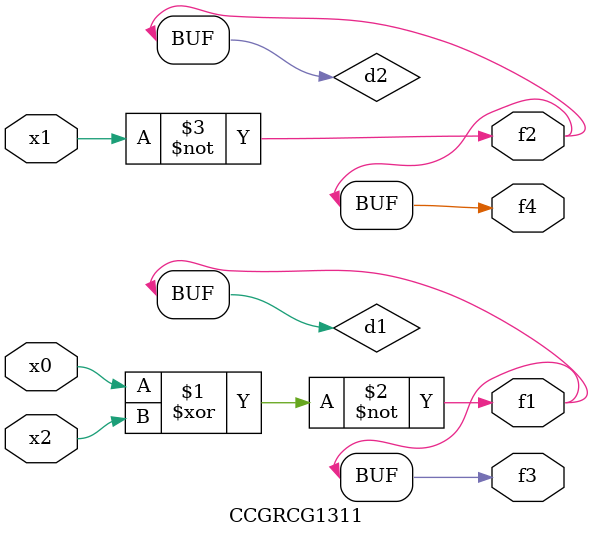
<source format=v>
module CCGRCG1311(
	input x0, x1, x2,
	output f1, f2, f3, f4
);

	wire d1, d2, d3;

	xnor (d1, x0, x2);
	nand (d2, x1);
	nor (d3, x1, x2);
	assign f1 = d1;
	assign f2 = d2;
	assign f3 = d1;
	assign f4 = d2;
endmodule

</source>
